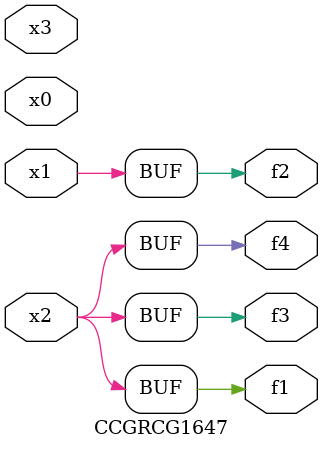
<source format=v>
module CCGRCG1647(
	input x0, x1, x2, x3,
	output f1, f2, f3, f4
);
	assign f1 = x2;
	assign f2 = x1;
	assign f3 = x2;
	assign f4 = x2;
endmodule

</source>
